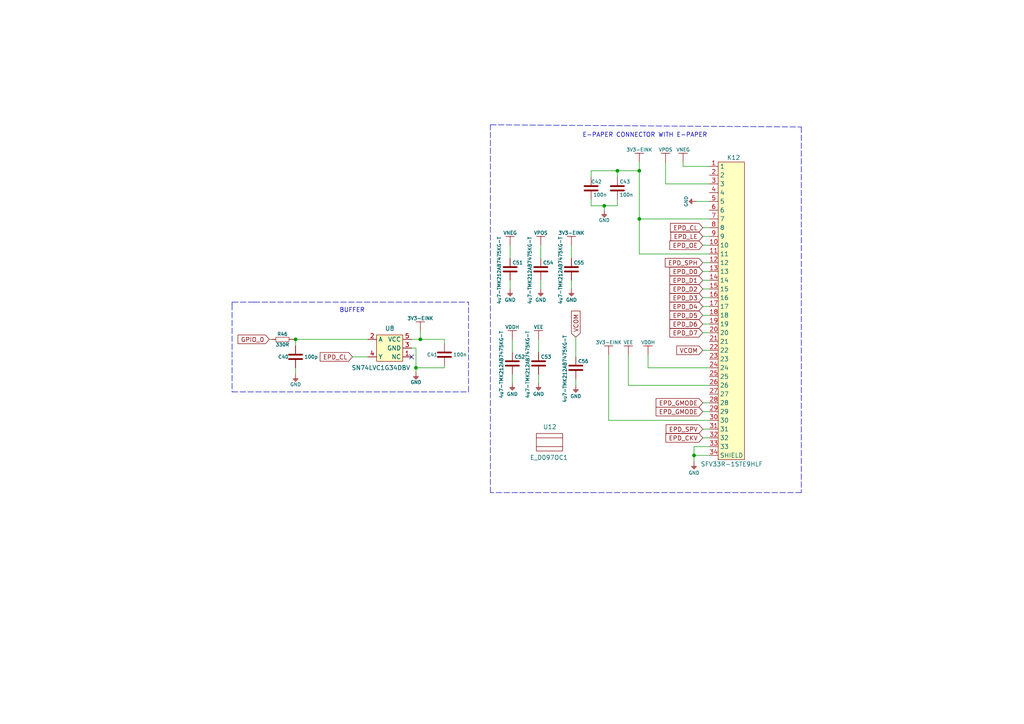
<source format=kicad_sch>
(kicad_sch (version 20211123) (generator eeschema)

  (uuid 4a8e3850-5c74-4972-8b49-f041c2a66e86)

  (paper "A4")

  (title_block
    (title "Soldered Inkplate 10")
    (date "2022-12-09")
    (rev "V1.3.0.")
    (company "SOLDERED")
    (comment 1 "333241")
  )

  (lib_symbols
    (symbol "e-radionica.com schematics:0603C" (pin_numbers hide) (pin_names (offset 0.002)) (in_bom yes) (on_board yes)
      (property "Reference" "C" (id 0) (at 0 3.81 0)
        (effects (font (size 1 1)))
      )
      (property "Value" "0603C" (id 1) (at 0 -3.175 0)
        (effects (font (size 1 1)))
      )
      (property "Footprint" "e-radionica.com footprinti:0603C" (id 2) (at 0.635 -4.445 0)
        (effects (font (size 1 1)) hide)
      )
      (property "Datasheet" "" (id 3) (at 0 0 0)
        (effects (font (size 1 1)) hide)
      )
      (symbol "0603C_0_1"
        (polyline
          (pts
            (xy -0.635 1.905)
            (xy -0.635 -1.905)
          )
          (stroke (width 0.5) (type default) (color 0 0 0 0))
          (fill (type none))
        )
        (polyline
          (pts
            (xy 0.635 1.905)
            (xy 0.635 -1.905)
          )
          (stroke (width 0.5) (type default) (color 0 0 0 0))
          (fill (type none))
        )
      )
      (symbol "0603C_1_1"
        (pin passive line (at -3.175 0 0) (length 2.54)
          (name "~" (effects (font (size 1.27 1.27))))
          (number "1" (effects (font (size 1.27 1.27))))
        )
        (pin passive line (at 3.175 0 180) (length 2.54)
          (name "~" (effects (font (size 1.27 1.27))))
          (number "2" (effects (font (size 1.27 1.27))))
        )
      )
    )
    (symbol "e-radionica.com schematics:0603R" (pin_numbers hide) (pin_names (offset 0.254)) (in_bom yes) (on_board yes)
      (property "Reference" "R" (id 0) (at 0 1.27 0)
        (effects (font (size 1 1)))
      )
      (property "Value" "0603R" (id 1) (at 0 -1.905 0)
        (effects (font (size 1 1)))
      )
      (property "Footprint" "e-radionica.com footprinti:0603R" (id 2) (at 0 -3.81 0)
        (effects (font (size 1 1)) hide)
      )
      (property "Datasheet" "" (id 3) (at -0.635 1.905 0)
        (effects (font (size 1 1)) hide)
      )
      (symbol "0603R_0_1"
        (rectangle (start -1.905 -0.635) (end 1.905 -0.6604)
          (stroke (width 0.1) (type default) (color 0 0 0 0))
          (fill (type none))
        )
        (rectangle (start -1.905 0.635) (end -1.8796 -0.635)
          (stroke (width 0.1) (type default) (color 0 0 0 0))
          (fill (type none))
        )
        (rectangle (start -1.905 0.635) (end 1.905 0.6096)
          (stroke (width 0.1) (type default) (color 0 0 0 0))
          (fill (type none))
        )
        (rectangle (start 1.905 0.635) (end 1.9304 -0.635)
          (stroke (width 0.1) (type default) (color 0 0 0 0))
          (fill (type none))
        )
      )
      (symbol "0603R_1_1"
        (pin passive line (at -3.175 0 0) (length 1.27)
          (name "~" (effects (font (size 1.27 1.27))))
          (number "1" (effects (font (size 1.27 1.27))))
        )
        (pin passive line (at 3.175 0 180) (length 1.27)
          (name "~" (effects (font (size 1.27 1.27))))
          (number "2" (effects (font (size 1.27 1.27))))
        )
      )
    )
    (symbol "e-radionica.com schematics:0805C" (pin_numbers hide) (in_bom yes) (on_board yes)
      (property "Reference" "C" (id 0) (at 0 3.81 0)
        (effects (font (size 1 1)))
      )
      (property "Value" "0805C" (id 1) (at 0 -3.175 0)
        (effects (font (size 1 1)))
      )
      (property "Footprint" "e-radionica.com footprinti:0805C" (id 2) (at 0 -5.08 0)
        (effects (font (size 1 1)) hide)
      )
      (property "Datasheet" "" (id 3) (at 0 0 0)
        (effects (font (size 1 1)) hide)
      )
      (symbol "0805C_0_1"
        (polyline
          (pts
            (xy -0.635 1.905)
            (xy -0.635 -1.905)
          )
          (stroke (width 0.5) (type default) (color 0 0 0 0))
          (fill (type none))
        )
        (polyline
          (pts
            (xy 0.635 1.905)
            (xy 0.635 -1.905)
          )
          (stroke (width 0.5) (type default) (color 0 0 0 0))
          (fill (type none))
        )
      )
      (symbol "0805C_1_1"
        (pin passive line (at -3.175 0 0) (length 2.54)
          (name "~" (effects (font (size 1.27 1.27))))
          (number "1" (effects (font (size 1.27 1.27))))
        )
        (pin passive line (at 3.175 0 180) (length 2.54)
          (name "~" (effects (font (size 1.27 1.27))))
          (number "2" (effects (font (size 1.27 1.27))))
        )
      )
    )
    (symbol "e-radionica.com schematics:3V3-EINK" (power) (pin_names (offset 0)) (in_bom yes) (on_board yes)
      (property "Reference" "#PWR" (id 0) (at 4.445 0 0)
        (effects (font (size 1 1)) hide)
      )
      (property "Value" "3V3-EINK" (id 1) (at 0 3.556 0)
        (effects (font (size 1 1)))
      )
      (property "Footprint" "" (id 2) (at 4.445 3.81 0)
        (effects (font (size 1 1)) hide)
      )
      (property "Datasheet" "" (id 3) (at 4.445 3.81 0)
        (effects (font (size 1 1)) hide)
      )
      (property "ki_keywords" "power-flag" (id 4) (at 0 0 0)
        (effects (font (size 1.27 1.27)) hide)
      )
      (property "ki_description" "Power symbol creates a global label with name \"3V3-EINK\"" (id 5) (at 0 0 0)
        (effects (font (size 1.27 1.27)) hide)
      )
      (symbol "3V3-EINK_0_1"
        (polyline
          (pts
            (xy -1.27 2.54)
            (xy 1.27 2.54)
          )
          (stroke (width 0.16) (type default) (color 0 0 0 0))
          (fill (type none))
        )
        (polyline
          (pts
            (xy 0 0)
            (xy 0 2.54)
          )
          (stroke (width 0) (type default) (color 0 0 0 0))
          (fill (type none))
        )
      )
      (symbol "3V3-EINK_1_1"
        (pin power_in line (at 0 0 90) (length 0) hide
          (name "3V3-EINK" (effects (font (size 1.27 1.27))))
          (number "1" (effects (font (size 1.27 1.27))))
        )
      )
    )
    (symbol "e-radionica.com schematics:E_D097OC1" (in_bom yes) (on_board yes)
      (property "Reference" "U" (id 0) (at 0 -3.81 0)
        (effects (font (size 1.27 1.27)))
      )
      (property "Value" "E_D097OC1" (id 1) (at 0 3.81 0)
        (effects (font (size 1.27 1.27)))
      )
      (property "Footprint" "e-radionica.com footprinti:E D097OC1" (id 2) (at 0 -6.35 0)
        (effects (font (size 1.27 1.27)) hide)
      )
      (property "Datasheet" "" (id 3) (at 0 -7.62 0)
        (effects (font (size 1.27 1.27)) hide)
      )
      (symbol "E_D097OC1_0_1"
        (rectangle (start -3.81 2.54) (end 3.81 -2.54)
          (stroke (width 0) (type default) (color 0 0 0 0))
          (fill (type none))
        )
        (polyline
          (pts
            (xy -3.81 -1.27)
            (xy 3.81 -1.27)
          )
          (stroke (width 0) (type default) (color 0 0 0 0))
          (fill (type none))
        )
        (polyline
          (pts
            (xy -3.81 1.27)
            (xy 3.81 1.27)
          )
          (stroke (width 0) (type default) (color 0 0 0 0))
          (fill (type none))
        )
      )
    )
    (symbol "e-radionica.com schematics:GND" (power) (pin_names (offset 0)) (in_bom yes) (on_board yes)
      (property "Reference" "#PWR" (id 0) (at 4.445 0 0)
        (effects (font (size 1 1)) hide)
      )
      (property "Value" "GND" (id 1) (at 0 -2.921 0)
        (effects (font (size 1 1)))
      )
      (property "Footprint" "" (id 2) (at 4.445 3.81 0)
        (effects (font (size 1 1)) hide)
      )
      (property "Datasheet" "" (id 3) (at 4.445 3.81 0)
        (effects (font (size 1 1)) hide)
      )
      (property "ki_keywords" "power-flag" (id 4) (at 0 0 0)
        (effects (font (size 1.27 1.27)) hide)
      )
      (property "ki_description" "Power symbol creates a global label with name \"GND\"" (id 5) (at 0 0 0)
        (effects (font (size 1.27 1.27)) hide)
      )
      (symbol "GND_0_1"
        (polyline
          (pts
            (xy -0.762 -1.27)
            (xy 0.762 -1.27)
          )
          (stroke (width 0.16) (type default) (color 0 0 0 0))
          (fill (type none))
        )
        (polyline
          (pts
            (xy -0.635 -1.524)
            (xy 0.635 -1.524)
          )
          (stroke (width 0.16) (type default) (color 0 0 0 0))
          (fill (type none))
        )
        (polyline
          (pts
            (xy -0.381 -1.778)
            (xy 0.381 -1.778)
          )
          (stroke (width 0.16) (type default) (color 0 0 0 0))
          (fill (type none))
        )
        (polyline
          (pts
            (xy -0.127 -2.032)
            (xy 0.127 -2.032)
          )
          (stroke (width 0.16) (type default) (color 0 0 0 0))
          (fill (type none))
        )
        (polyline
          (pts
            (xy 0 0)
            (xy 0 -1.27)
          )
          (stroke (width 0.16) (type default) (color 0 0 0 0))
          (fill (type none))
        )
      )
      (symbol "GND_1_1"
        (pin power_in line (at 0 0 270) (length 0) hide
          (name "GND" (effects (font (size 1.27 1.27))))
          (number "1" (effects (font (size 1.27 1.27))))
        )
      )
    )
    (symbol "e-radionica.com schematics:SFV33R-1STE9HLF" (in_bom yes) (on_board yes)
      (property "Reference" "K" (id 0) (at 0 44.45 0)
        (effects (font (size 1.27 1.27)))
      )
      (property "Value" "SFV33R-1STE9HLF" (id 1) (at 0 -44.45 0)
        (effects (font (size 1.27 1.27)))
      )
      (property "Footprint" "e-radionica.com footprinti:SFV33R-1STE9HLF" (id 2) (at 0 -46.99 0)
        (effects (font (size 1.27 1.27)) hide)
      )
      (property "Datasheet" "" (id 3) (at -2.54 45.72 0)
        (effects (font (size 1.27 1.27)) hide)
      )
      (symbol "SFV33R-1STE9HLF_0_1"
        (rectangle (start -3.81 43.18) (end 3.81 -43.18)
          (stroke (width 0.1524) (type default) (color 0 0 0 0))
          (fill (type background))
        )
      )
      (symbol "SFV33R-1STE9HLF_1_1"
        (pin input line (at -6.35 41.91 0) (length 2.54)
          (name "1" (effects (font (size 1.27 1.27))))
          (number "1" (effects (font (size 1.27 1.27))))
        )
        (pin input line (at -6.35 19.05 0) (length 2.54)
          (name "10" (effects (font (size 1.27 1.27))))
          (number "10" (effects (font (size 1.27 1.27))))
        )
        (pin input line (at -6.35 16.51 0) (length 2.54)
          (name "11" (effects (font (size 1.27 1.27))))
          (number "11" (effects (font (size 1.27 1.27))))
        )
        (pin input line (at -6.35 13.97 0) (length 2.54)
          (name "12" (effects (font (size 1.27 1.27))))
          (number "12" (effects (font (size 1.27 1.27))))
        )
        (pin input line (at -6.35 11.43 0) (length 2.54)
          (name "13" (effects (font (size 1.27 1.27))))
          (number "13" (effects (font (size 1.27 1.27))))
        )
        (pin input line (at -6.35 8.89 0) (length 2.54)
          (name "14" (effects (font (size 1.27 1.27))))
          (number "14" (effects (font (size 1.27 1.27))))
        )
        (pin input line (at -6.35 6.35 0) (length 2.54)
          (name "15" (effects (font (size 1.27 1.27))))
          (number "15" (effects (font (size 1.27 1.27))))
        )
        (pin input line (at -6.35 3.81 0) (length 2.54)
          (name "16" (effects (font (size 1.27 1.27))))
          (number "16" (effects (font (size 1.27 1.27))))
        )
        (pin input line (at -6.35 1.27 0) (length 2.54)
          (name "17" (effects (font (size 1.27 1.27))))
          (number "17" (effects (font (size 1.27 1.27))))
        )
        (pin input line (at -6.35 -1.27 0) (length 2.54)
          (name "18" (effects (font (size 1.27 1.27))))
          (number "18" (effects (font (size 1.27 1.27))))
        )
        (pin input line (at -6.35 -3.81 0) (length 2.54)
          (name "19" (effects (font (size 1.27 1.27))))
          (number "19" (effects (font (size 1.27 1.27))))
        )
        (pin input line (at -6.35 39.37 0) (length 2.54)
          (name "2" (effects (font (size 1.27 1.27))))
          (number "2" (effects (font (size 1.27 1.27))))
        )
        (pin input line (at -6.35 -6.35 0) (length 2.54)
          (name "20" (effects (font (size 1.27 1.27))))
          (number "20" (effects (font (size 1.27 1.27))))
        )
        (pin input line (at -6.35 -8.89 0) (length 2.54)
          (name "21" (effects (font (size 1.27 1.27))))
          (number "21" (effects (font (size 1.27 1.27))))
        )
        (pin input line (at -6.35 -11.43 0) (length 2.54)
          (name "22" (effects (font (size 1.27 1.27))))
          (number "22" (effects (font (size 1.27 1.27))))
        )
        (pin input line (at -6.35 -13.97 0) (length 2.54)
          (name "23" (effects (font (size 1.27 1.27))))
          (number "23" (effects (font (size 1.27 1.27))))
        )
        (pin input line (at -6.35 -16.51 0) (length 2.54)
          (name "24" (effects (font (size 1.27 1.27))))
          (number "24" (effects (font (size 1.27 1.27))))
        )
        (pin input line (at -6.35 -19.05 0) (length 2.54)
          (name "25" (effects (font (size 1.27 1.27))))
          (number "25" (effects (font (size 1.27 1.27))))
        )
        (pin input line (at -6.35 -21.59 0) (length 2.54)
          (name "26" (effects (font (size 1.27 1.27))))
          (number "26" (effects (font (size 1.27 1.27))))
        )
        (pin input line (at -6.35 -24.13 0) (length 2.54)
          (name "27" (effects (font (size 1.27 1.27))))
          (number "27" (effects (font (size 1.27 1.27))))
        )
        (pin input line (at -6.35 -26.67 0) (length 2.54)
          (name "28" (effects (font (size 1.27 1.27))))
          (number "28" (effects (font (size 1.27 1.27))))
        )
        (pin input line (at -6.35 -29.21 0) (length 2.54)
          (name "29" (effects (font (size 1.27 1.27))))
          (number "29" (effects (font (size 1.27 1.27))))
        )
        (pin input line (at -6.35 36.83 0) (length 2.54)
          (name "3" (effects (font (size 1.27 1.27))))
          (number "3" (effects (font (size 1.27 1.27))))
        )
        (pin input line (at -6.35 -31.75 0) (length 2.54)
          (name "30" (effects (font (size 1.27 1.27))))
          (number "30" (effects (font (size 1.27 1.27))))
        )
        (pin input line (at -6.35 -34.29 0) (length 2.54)
          (name "31" (effects (font (size 1.27 1.27))))
          (number "31" (effects (font (size 1.27 1.27))))
        )
        (pin input line (at -6.35 -36.83 0) (length 2.54)
          (name "32" (effects (font (size 1.27 1.27))))
          (number "32" (effects (font (size 1.27 1.27))))
        )
        (pin input line (at -6.35 -39.37 0) (length 2.54)
          (name "33" (effects (font (size 1.27 1.27))))
          (number "33" (effects (font (size 1.27 1.27))))
        )
        (pin input line (at -6.35 -41.91 0) (length 2.54)
          (name "SHIELD" (effects (font (size 1.27 1.27))))
          (number "34" (effects (font (size 1.27 1.27))))
        )
        (pin input line (at -6.35 34.29 0) (length 2.54)
          (name "4" (effects (font (size 1.27 1.27))))
          (number "4" (effects (font (size 1.27 1.27))))
        )
        (pin input line (at -6.35 31.75 0) (length 2.54)
          (name "5" (effects (font (size 1.27 1.27))))
          (number "5" (effects (font (size 1.27 1.27))))
        )
        (pin input line (at -6.35 29.21 0) (length 2.54)
          (name "6" (effects (font (size 1.27 1.27))))
          (number "6" (effects (font (size 1.27 1.27))))
        )
        (pin input line (at -6.35 26.67 0) (length 2.54)
          (name "7" (effects (font (size 1.27 1.27))))
          (number "7" (effects (font (size 1.27 1.27))))
        )
        (pin input line (at -6.35 24.13 0) (length 2.54)
          (name "8" (effects (font (size 1.27 1.27))))
          (number "8" (effects (font (size 1.27 1.27))))
        )
        (pin input line (at -6.35 21.59 0) (length 2.54)
          (name "9" (effects (font (size 1.27 1.27))))
          (number "9" (effects (font (size 1.27 1.27))))
        )
      )
    )
    (symbol "e-radionica.com schematics:SN74LVC1G34DBV" (in_bom yes) (on_board yes)
      (property "Reference" "U" (id 0) (at -2.54 5.08 0)
        (effects (font (size 1.27 1.27)))
      )
      (property "Value" "SN74LVC1G34DBV" (id 1) (at -1.27 7.62 0)
        (effects (font (size 1.27 1.27)))
      )
      (property "Footprint" "e-radionica.com footprinti:SN74LVC1G34DBV" (id 2) (at -1.27 8.89 0)
        (effects (font (size 1.27 1.27)) hide)
      )
      (property "Datasheet" "" (id 3) (at -1.27 8.89 0)
        (effects (font (size 1.27 1.27)) hide)
      )
      (property "ki_keywords" "Buffer" (id 4) (at 0 0 0)
        (effects (font (size 1.27 1.27)) hide)
      )
      (property "ki_description" "Single Buffer Gate" (id 5) (at 0 0 0)
        (effects (font (size 1.27 1.27)) hide)
      )
      (symbol "SN74LVC1G34DBV_0_0"
        (rectangle (start -3.81 3.81) (end 3.81 -3.81)
          (stroke (width 0) (type default) (color 0 0 0 0))
          (fill (type background))
        )
      )
      (symbol "SN74LVC1G34DBV_1_1"
        (pin passive line (at 6.35 -2.54 180) (length 2.54)
          (name "NC" (effects (font (size 1.27 1.27))))
          (number "1" (effects (font (size 1.27 1.27))))
        )
        (pin passive line (at -6.35 2.54 0) (length 2.54)
          (name "A" (effects (font (size 1.27 1.27))))
          (number "2" (effects (font (size 1.27 1.27))))
        )
        (pin passive line (at 6.35 0 180) (length 2.54)
          (name "GND" (effects (font (size 1.27 1.27))))
          (number "3" (effects (font (size 1.27 1.27))))
        )
        (pin passive line (at -6.35 -2.54 0) (length 2.54)
          (name "Y" (effects (font (size 1.27 1.27))))
          (number "4" (effects (font (size 1.27 1.27))))
        )
        (pin passive line (at 6.35 2.54 180) (length 2.54)
          (name "VCC" (effects (font (size 1.27 1.27))))
          (number "5" (effects (font (size 1.27 1.27))))
        )
      )
    )
    (symbol "e-radionica.com schematics:VDDH" (power) (pin_names (offset 0)) (in_bom yes) (on_board yes)
      (property "Reference" "#PWR" (id 0) (at 4.445 0 0)
        (effects (font (size 1 1)) hide)
      )
      (property "Value" "VDDH" (id 1) (at 0 3.556 0)
        (effects (font (size 1 1)))
      )
      (property "Footprint" "" (id 2) (at 4.445 3.81 0)
        (effects (font (size 1 1)) hide)
      )
      (property "Datasheet" "" (id 3) (at 4.445 3.81 0)
        (effects (font (size 1 1)) hide)
      )
      (property "ki_keywords" "power-flag" (id 4) (at 0 0 0)
        (effects (font (size 1.27 1.27)) hide)
      )
      (property "ki_description" "Power symbol creates a global label with name \"VDDH\"" (id 5) (at 0 0 0)
        (effects (font (size 1.27 1.27)) hide)
      )
      (symbol "VDDH_0_1"
        (polyline
          (pts
            (xy -1.27 2.54)
            (xy 1.27 2.54)
          )
          (stroke (width 0.16) (type default) (color 0 0 0 0))
          (fill (type none))
        )
        (polyline
          (pts
            (xy 0 0)
            (xy 0 2.54)
          )
          (stroke (width 0) (type default) (color 0 0 0 0))
          (fill (type none))
        )
      )
      (symbol "VDDH_1_1"
        (pin power_in line (at 0 0 90) (length 0) hide
          (name "VDDH" (effects (font (size 1.27 1.27))))
          (number "1" (effects (font (size 1.27 1.27))))
        )
      )
    )
    (symbol "e-radionica.com schematics:VEE" (power) (pin_names (offset 0)) (in_bom yes) (on_board yes)
      (property "Reference" "#PWR" (id 0) (at 4.445 0 0)
        (effects (font (size 1 1)) hide)
      )
      (property "Value" "VEE" (id 1) (at 0 3.556 0)
        (effects (font (size 1 1)))
      )
      (property "Footprint" "" (id 2) (at 4.445 3.81 0)
        (effects (font (size 1 1)) hide)
      )
      (property "Datasheet" "" (id 3) (at 4.445 3.81 0)
        (effects (font (size 1 1)) hide)
      )
      (property "ki_keywords" "power-flag" (id 4) (at 0 0 0)
        (effects (font (size 1.27 1.27)) hide)
      )
      (property "ki_description" "Power symbol creates a global label with name \"VEE\"" (id 5) (at 0 0 0)
        (effects (font (size 1.27 1.27)) hide)
      )
      (symbol "VEE_0_1"
        (polyline
          (pts
            (xy -1.27 2.54)
            (xy 1.27 2.54)
          )
          (stroke (width 0.16) (type default) (color 0 0 0 0))
          (fill (type none))
        )
        (polyline
          (pts
            (xy 0 0)
            (xy 0 2.54)
          )
          (stroke (width 0) (type default) (color 0 0 0 0))
          (fill (type none))
        )
      )
      (symbol "VEE_1_1"
        (pin power_in line (at 0 0 90) (length 0) hide
          (name "VEE" (effects (font (size 1.27 1.27))))
          (number "1" (effects (font (size 1.27 1.27))))
        )
      )
    )
    (symbol "e-radionica.com schematics:VNEG" (power) (pin_names (offset 0)) (in_bom yes) (on_board yes)
      (property "Reference" "#PWR" (id 0) (at 4.445 0 0)
        (effects (font (size 1 1)) hide)
      )
      (property "Value" "VNEG" (id 1) (at 0 3.556 0)
        (effects (font (size 1 1)))
      )
      (property "Footprint" "" (id 2) (at 4.445 3.81 0)
        (effects (font (size 1 1)) hide)
      )
      (property "Datasheet" "" (id 3) (at 4.445 3.81 0)
        (effects (font (size 1 1)) hide)
      )
      (property "ki_keywords" "power-flag" (id 4) (at 0 0 0)
        (effects (font (size 1.27 1.27)) hide)
      )
      (property "ki_description" "Power symbol creates a global label with name \"VNEG\"" (id 5) (at 0 0 0)
        (effects (font (size 1.27 1.27)) hide)
      )
      (symbol "VNEG_0_1"
        (polyline
          (pts
            (xy -1.27 2.54)
            (xy 1.27 2.54)
          )
          (stroke (width 0.16) (type default) (color 0 0 0 0))
          (fill (type none))
        )
        (polyline
          (pts
            (xy 0 0)
            (xy 0 2.54)
          )
          (stroke (width 0) (type default) (color 0 0 0 0))
          (fill (type none))
        )
      )
      (symbol "VNEG_1_1"
        (pin power_in line (at 0 0 90) (length 0) hide
          (name "VNEG" (effects (font (size 1.27 1.27))))
          (number "1" (effects (font (size 1.27 1.27))))
        )
      )
    )
    (symbol "e-radionica.com schematics:VPOS" (power) (pin_names (offset 0)) (in_bom yes) (on_board yes)
      (property "Reference" "#PWR" (id 0) (at 4.445 0 0)
        (effects (font (size 1 1)) hide)
      )
      (property "Value" "VPOS" (id 1) (at 0 3.556 0)
        (effects (font (size 1 1)))
      )
      (property "Footprint" "" (id 2) (at 4.445 3.81 0)
        (effects (font (size 1 1)) hide)
      )
      (property "Datasheet" "" (id 3) (at 4.445 3.81 0)
        (effects (font (size 1 1)) hide)
      )
      (property "ki_keywords" "power-flag" (id 4) (at 0 0 0)
        (effects (font (size 1.27 1.27)) hide)
      )
      (property "ki_description" "Power symbol creates a global label with name \"VPOS\"" (id 5) (at 0 0 0)
        (effects (font (size 1.27 1.27)) hide)
      )
      (symbol "VPOS_0_1"
        (polyline
          (pts
            (xy -1.27 2.54)
            (xy 1.27 2.54)
          )
          (stroke (width 0.16) (type default) (color 0 0 0 0))
          (fill (type none))
        )
        (polyline
          (pts
            (xy 0 0)
            (xy 0 2.54)
          )
          (stroke (width 0) (type default) (color 0 0 0 0))
          (fill (type none))
        )
      )
      (symbol "VPOS_1_1"
        (pin power_in line (at 0 0 90) (length 0) hide
          (name "VPOS" (effects (font (size 1.27 1.27))))
          (number "1" (effects (font (size 1.27 1.27))))
        )
      )
    )
  )

  (junction (at 121.92 98.425) (diameter 0) (color 0 0 0 0)
    (uuid 1779f733-d031-45aa-b8cb-a97af700677d)
  )
  (junction (at 120.65 106.68) (diameter 0) (color 0 0 0 0)
    (uuid 2a9ef1a5-e88a-425c-8942-c0e8c86431d3)
  )
  (junction (at 185.42 63.5) (diameter 0) (color 0 0 0 0)
    (uuid 34fe58e7-f563-4ea5-8cb3-e09670af234b)
  )
  (junction (at 179.07 49.53) (diameter 0) (color 0 0 0 0)
    (uuid 3bcab025-131d-4ed5-bab0-1b6485a3130a)
  )
  (junction (at 201.295 132.08) (diameter 0) (color 0 0 0 0)
    (uuid 4a84629f-a5ff-41cb-8a09-8d0e4083b395)
  )
  (junction (at 175.26 59.69) (diameter 0) (color 0 0 0 0)
    (uuid 8bbd3294-9183-46fe-94d0-132caf9ccc4b)
  )
  (junction (at 185.42 49.53) (diameter 0) (color 0 0 0 0)
    (uuid 8ec155e6-242d-45f0-ad50-57a47c2e674a)
  )
  (junction (at 85.725 98.425) (diameter 0) (color 0 0 0 0)
    (uuid a4431daf-a4d4-449e-8b3e-510ad4a1201c)
  )

  (no_connect (at 119.38 103.505) (uuid 881d6ca6-7fd3-4dff-9091-21cbf7ff2c2d))

  (polyline (pts (xy 67.31 87.63) (xy 67.31 88.265))
    (stroke (width 0) (type default) (color 0 0 0 0))
    (uuid 0033cfa2-0b18-430f-8696-0048d6b0c355)
  )

  (wire (pts (xy 85.725 98.425) (xy 85.725 100.33))
    (stroke (width 0) (type default) (color 0 0 0 0))
    (uuid 0671fe2c-4d2a-4ddb-849f-9250cbc0774a)
  )
  (wire (pts (xy 121.92 98.425) (xy 119.38 98.425))
    (stroke (width 0) (type default) (color 0 0 0 0))
    (uuid 0a0a2f41-42de-41cd-bbb2-90db05a0037f)
  )
  (wire (pts (xy 201.295 133.985) (xy 201.295 132.08))
    (stroke (width 0) (type default) (color 0 0 0 0))
    (uuid 0d7d4386-cbd4-476d-ac31-3ee84215014d)
  )
  (wire (pts (xy 203.835 68.58) (xy 205.74 68.58))
    (stroke (width 0) (type default) (color 0 0 0 0))
    (uuid 0e6d98a7-b47f-45c7-a54d-83e7f5bcfd9d)
  )
  (wire (pts (xy 179.07 49.53) (xy 185.42 49.53))
    (stroke (width 0) (type default) (color 0 0 0 0))
    (uuid 129f130c-b14c-44c1-a676-0611ddaca453)
  )
  (wire (pts (xy 148.59 98.425) (xy 148.59 102.235))
    (stroke (width 0) (type default) (color 0 0 0 0))
    (uuid 13a539f1-a4b3-4464-a7fa-5258cb96ba6e)
  )
  (wire (pts (xy 203.835 96.52) (xy 205.74 96.52))
    (stroke (width 0) (type default) (color 0 0 0 0))
    (uuid 155aa242-00d8-435c-89aa-264fc8d5efb5)
  )
  (wire (pts (xy 198.12 46.99) (xy 198.12 48.26))
    (stroke (width 0) (type default) (color 0 0 0 0))
    (uuid 1b69d7ae-6799-44eb-837c-8966633e38be)
  )
  (wire (pts (xy 165.735 81.28) (xy 165.735 83.82))
    (stroke (width 0) (type default) (color 0 0 0 0))
    (uuid 1cd3a72b-a15f-4306-8bc2-49dba41e75ed)
  )
  (wire (pts (xy 203.835 101.6) (xy 205.74 101.6))
    (stroke (width 0) (type default) (color 0 0 0 0))
    (uuid 20f3e462-5dbb-4f9c-8342-7f47fca6c583)
  )
  (wire (pts (xy 171.45 59.69) (xy 175.26 59.69))
    (stroke (width 0) (type default) (color 0 0 0 0))
    (uuid 21ea18aa-7241-461d-98e2-3b11fbc95d72)
  )
  (wire (pts (xy 193.04 53.34) (xy 205.74 53.34))
    (stroke (width 0) (type default) (color 0 0 0 0))
    (uuid 21f9c476-c303-4d57-9e2e-d1efeac9a4d8)
  )
  (wire (pts (xy 171.45 49.53) (xy 179.07 49.53))
    (stroke (width 0) (type default) (color 0 0 0 0))
    (uuid 246f5a2e-087c-43d9-9e13-36272937e534)
  )
  (wire (pts (xy 179.07 57.785) (xy 179.07 59.69))
    (stroke (width 0) (type default) (color 0 0 0 0))
    (uuid 248ba5aa-5a5e-40a2-9f89-f275d2b1e4f0)
  )
  (polyline (pts (xy 142.24 36.195) (xy 232.41 36.83))
    (stroke (width 0) (type default) (color 0 0 0 0))
    (uuid 26acd61d-4ef0-4519-81f3-c6aa27a74fc7)
  )

  (wire (pts (xy 203.835 86.36) (xy 205.74 86.36))
    (stroke (width 0) (type default) (color 0 0 0 0))
    (uuid 2a8aa2d7-36ad-4c47-aea2-1e762d12d1ea)
  )
  (polyline (pts (xy 142.24 142.875) (xy 142.24 36.195))
    (stroke (width 0) (type default) (color 0 0 0 0))
    (uuid 2fee84f1-f5a5-4916-863a-2e3b2b5462a3)
  )

  (wire (pts (xy 175.26 59.69) (xy 179.07 59.69))
    (stroke (width 0) (type default) (color 0 0 0 0))
    (uuid 3059a97d-5a87-4f62-aa16-1b6fe022b136)
  )
  (wire (pts (xy 156.845 81.28) (xy 156.845 83.82))
    (stroke (width 0) (type default) (color 0 0 0 0))
    (uuid 309e005f-2916-4fed-a061-ee97d3541440)
  )
  (polyline (pts (xy 135.89 113.665) (xy 135.89 87.63))
    (stroke (width 0) (type default) (color 0 0 0 0))
    (uuid 30ffa7da-f6e8-4ba9-8430-780c069655bf)
  )

  (wire (pts (xy 198.12 48.26) (xy 205.74 48.26))
    (stroke (width 0) (type default) (color 0 0 0 0))
    (uuid 376643f5-eb19-4ce3-b884-418e95276419)
  )
  (wire (pts (xy 167.005 109.855) (xy 167.005 111.76))
    (stroke (width 0) (type default) (color 0 0 0 0))
    (uuid 39906802-915e-41a7-ba6c-5121c7fe9a6e)
  )
  (wire (pts (xy 201.295 129.54) (xy 201.295 132.08))
    (stroke (width 0) (type default) (color 0 0 0 0))
    (uuid 404fdef7-9671-4345-b215-0b5a63215746)
  )
  (wire (pts (xy 148.59 108.585) (xy 148.59 111.125))
    (stroke (width 0) (type default) (color 0 0 0 0))
    (uuid 409653ee-2218-414d-9f85-c1938c38f5d1)
  )
  (wire (pts (xy 171.45 57.785) (xy 171.45 59.69))
    (stroke (width 0) (type default) (color 0 0 0 0))
    (uuid 4177848c-19e5-469e-9465-dba48c62bca5)
  )
  (wire (pts (xy 203.835 127) (xy 205.74 127))
    (stroke (width 0) (type default) (color 0 0 0 0))
    (uuid 4c30bbd7-2876-4a94-a7a7-bdece98eb9d7)
  )
  (wire (pts (xy 182.245 111.76) (xy 182.245 102.87))
    (stroke (width 0) (type default) (color 0 0 0 0))
    (uuid 4c396c12-6787-4bc6-9fe8-925c4935dcd1)
  )
  (wire (pts (xy 205.74 106.68) (xy 187.96 106.68))
    (stroke (width 0) (type default) (color 0 0 0 0))
    (uuid 52d05972-3d6e-4b1e-8177-c28d746e3508)
  )
  (wire (pts (xy 171.45 51.435) (xy 171.45 49.53))
    (stroke (width 0) (type default) (color 0 0 0 0))
    (uuid 5d388c57-d39a-4362-bf44-f21065ca0922)
  )
  (wire (pts (xy 85.725 98.425) (xy 106.68 98.425))
    (stroke (width 0) (type default) (color 0 0 0 0))
    (uuid 638eb48f-5065-40b4-a00d-e003fc02c432)
  )
  (wire (pts (xy 185.42 63.5) (xy 205.74 63.5))
    (stroke (width 0) (type default) (color 0 0 0 0))
    (uuid 67a44875-36e7-4a56-8738-f621393d6643)
  )
  (wire (pts (xy 128.905 99.695) (xy 128.905 98.425))
    (stroke (width 0) (type default) (color 0 0 0 0))
    (uuid 6810fb50-aa4f-474e-8cfe-5f05ae146778)
  )
  (wire (pts (xy 156.21 98.425) (xy 156.21 102.235))
    (stroke (width 0) (type default) (color 0 0 0 0))
    (uuid 7086248d-ffe3-449a-836a-fba551b2b1cc)
  )
  (wire (pts (xy 102.235 103.505) (xy 106.68 103.505))
    (stroke (width 0) (type default) (color 0 0 0 0))
    (uuid 728c638a-b2ec-411a-b1d0-71f57a2d533d)
  )
  (wire (pts (xy 203.835 124.46) (xy 205.74 124.46))
    (stroke (width 0) (type default) (color 0 0 0 0))
    (uuid 7cccdb8b-7a68-4edc-9370-eafdd6a42a04)
  )
  (wire (pts (xy 203.835 66.04) (xy 205.74 66.04))
    (stroke (width 0) (type default) (color 0 0 0 0))
    (uuid 7d788d3f-31de-4b10-a4d9-da237cdadacc)
  )
  (wire (pts (xy 203.835 116.84) (xy 205.74 116.84))
    (stroke (width 0) (type default) (color 0 0 0 0))
    (uuid 84275bdd-4215-43e3-af07-570c166d219b)
  )
  (wire (pts (xy 203.835 78.74) (xy 205.74 78.74))
    (stroke (width 0) (type default) (color 0 0 0 0))
    (uuid 84df4b49-e7d0-4bda-ac70-8a9fcf9f8b56)
  )
  (wire (pts (xy 156.845 71.12) (xy 156.845 74.93))
    (stroke (width 0) (type default) (color 0 0 0 0))
    (uuid 85c9f1ff-ab7c-409c-8d0b-bd6c91e1994b)
  )
  (wire (pts (xy 205.74 129.54) (xy 201.295 129.54))
    (stroke (width 0) (type default) (color 0 0 0 0))
    (uuid 8b6e120c-7b15-497e-8066-016c146dc31b)
  )
  (wire (pts (xy 121.92 95.885) (xy 121.92 98.425))
    (stroke (width 0) (type default) (color 0 0 0 0))
    (uuid 8eb8fd42-eaa7-4752-a64b-886d143630bb)
  )
  (wire (pts (xy 120.65 106.68) (xy 120.65 107.95))
    (stroke (width 0) (type default) (color 0 0 0 0))
    (uuid 8fa10f86-030d-482a-bdc3-d2084ebe28de)
  )
  (polyline (pts (xy 232.41 142.875) (xy 142.24 142.875))
    (stroke (width 0) (type default) (color 0 0 0 0))
    (uuid 900651bb-92cd-42e2-a2f2-0f5e64cc4b82)
  )

  (wire (pts (xy 187.96 106.68) (xy 187.96 102.87))
    (stroke (width 0) (type default) (color 0 0 0 0))
    (uuid 907d2a2c-cdfc-434f-97de-f4cba75d0f8f)
  )
  (wire (pts (xy 203.835 93.98) (xy 205.74 93.98))
    (stroke (width 0) (type default) (color 0 0 0 0))
    (uuid 97ab10fd-527b-4bd4-b2d8-66f630f55776)
  )
  (wire (pts (xy 205.74 111.76) (xy 182.245 111.76))
    (stroke (width 0) (type default) (color 0 0 0 0))
    (uuid 98440648-19a7-41c7-aa30-09bbd4a1840b)
  )
  (wire (pts (xy 193.04 46.99) (xy 193.04 53.34))
    (stroke (width 0) (type default) (color 0 0 0 0))
    (uuid a0890e69-250b-458b-86a9-9f49406e1e87)
  )
  (wire (pts (xy 203.835 119.38) (xy 205.74 119.38))
    (stroke (width 0) (type default) (color 0 0 0 0))
    (uuid a75a15ea-ed93-43f9-89a6-f09b4d22014c)
  )
  (polyline (pts (xy 73.66 87.63) (xy 67.31 87.63))
    (stroke (width 0) (type default) (color 0 0 0 0))
    (uuid a968bf5b-84eb-4244-91ce-df458aaf3cf5)
  )

  (wire (pts (xy 147.955 81.28) (xy 147.955 83.82))
    (stroke (width 0) (type default) (color 0 0 0 0))
    (uuid a9942184-80aa-4073-b6ca-5b6ddec96bfe)
  )
  (wire (pts (xy 205.74 73.66) (xy 185.42 73.66))
    (stroke (width 0) (type default) (color 0 0 0 0))
    (uuid ac57a050-9598-4608-94c9-eb346c3bd8db)
  )
  (wire (pts (xy 175.26 60.96) (xy 175.26 59.69))
    (stroke (width 0) (type default) (color 0 0 0 0))
    (uuid ae188d75-c7ad-4059-a637-72e5d26bf3be)
  )
  (wire (pts (xy 203.835 76.2) (xy 205.74 76.2))
    (stroke (width 0) (type default) (color 0 0 0 0))
    (uuid b3630739-cfc8-4f1e-9ebf-cb9efa5ad4a9)
  )
  (wire (pts (xy 201.93 58.42) (xy 205.74 58.42))
    (stroke (width 0) (type default) (color 0 0 0 0))
    (uuid b56b2299-c8b0-4981-9a8e-2f374546f9f7)
  )
  (wire (pts (xy 185.42 73.66) (xy 185.42 63.5))
    (stroke (width 0) (type default) (color 0 0 0 0))
    (uuid b649e47b-3d9c-4993-a844-c9b0041ff991)
  )
  (wire (pts (xy 185.42 49.53) (xy 185.42 63.5))
    (stroke (width 0) (type default) (color 0 0 0 0))
    (uuid be020241-e9a6-462d-a97b-ae6a82826e47)
  )
  (wire (pts (xy 120.65 106.68) (xy 128.905 106.68))
    (stroke (width 0) (type default) (color 0 0 0 0))
    (uuid c00f3573-1de5-458b-995d-fb5a2ac5a9f6)
  )
  (polyline (pts (xy 73.66 87.63) (xy 135.89 87.63))
    (stroke (width 0) (type default) (color 0 0 0 0))
    (uuid c4e1e6fe-0954-42e6-b077-c12acad51419)
  )

  (wire (pts (xy 185.42 46.99) (xy 185.42 49.53))
    (stroke (width 0) (type default) (color 0 0 0 0))
    (uuid c6a52d97-ebeb-4ea9-bfac-583b6aa157ab)
  )
  (wire (pts (xy 119.38 100.965) (xy 120.65 100.965))
    (stroke (width 0) (type default) (color 0 0 0 0))
    (uuid c6dafa1b-3213-4a6f-951d-8ebccaf0f352)
  )
  (wire (pts (xy 203.835 88.9) (xy 205.74 88.9))
    (stroke (width 0) (type default) (color 0 0 0 0))
    (uuid c86d98ff-9dcf-4065-94c7-67ec2e4c56ac)
  )
  (polyline (pts (xy 67.31 113.665) (xy 135.89 113.665))
    (stroke (width 0) (type default) (color 0 0 0 0))
    (uuid cb0068f4-347f-4ce3-9509-55721475ff21)
  )

  (wire (pts (xy 85.725 106.68) (xy 85.725 108.585))
    (stroke (width 0) (type default) (color 0 0 0 0))
    (uuid cc6b05de-01d7-4cfd-ad4f-015f3fb30966)
  )
  (wire (pts (xy 176.53 102.87) (xy 176.53 121.92))
    (stroke (width 0) (type default) (color 0 0 0 0))
    (uuid cc8a73ad-ed79-4708-9a5f-5991c699daf6)
  )
  (wire (pts (xy 179.07 51.435) (xy 179.07 49.53))
    (stroke (width 0) (type default) (color 0 0 0 0))
    (uuid cf3f6007-6b3f-4533-af0f-fcacaef58370)
  )
  (wire (pts (xy 78.105 98.425) (xy 78.74 98.425))
    (stroke (width 0) (type default) (color 0 0 0 0))
    (uuid d0574a12-dae3-4139-b90b-ad60c3958e2c)
  )
  (wire (pts (xy 128.905 106.045) (xy 128.905 106.68))
    (stroke (width 0) (type default) (color 0 0 0 0))
    (uuid d35f274d-25ef-4d67-9bee-b00b42fb988a)
  )
  (wire (pts (xy 176.53 121.92) (xy 205.74 121.92))
    (stroke (width 0) (type default) (color 0 0 0 0))
    (uuid d71feded-ec7a-4390-8d8f-6709b9ec7321)
  )
  (polyline (pts (xy 67.31 88.265) (xy 67.31 113.665))
    (stroke (width 0) (type default) (color 0 0 0 0))
    (uuid d88e3bdd-76f4-4bfd-bb85-0badc4bd3fad)
  )

  (wire (pts (xy 156.21 108.585) (xy 156.21 111.125))
    (stroke (width 0) (type default) (color 0 0 0 0))
    (uuid d92d4e95-d978-4c38-b013-67e42ea82a47)
  )
  (wire (pts (xy 203.835 71.12) (xy 205.74 71.12))
    (stroke (width 0) (type default) (color 0 0 0 0))
    (uuid dbddf614-5f19-4da6-ae39-86f5812a77ad)
  )
  (wire (pts (xy 203.835 91.44) (xy 205.74 91.44))
    (stroke (width 0) (type default) (color 0 0 0 0))
    (uuid dccacd04-8b66-44ef-b704-954fa6f3ba1a)
  )
  (wire (pts (xy 165.735 71.12) (xy 165.735 74.93))
    (stroke (width 0) (type default) (color 0 0 0 0))
    (uuid dd31592e-57ec-4dcd-8683-8e7ab3e6de9d)
  )
  (wire (pts (xy 120.65 100.965) (xy 120.65 106.68))
    (stroke (width 0) (type default) (color 0 0 0 0))
    (uuid e0088e20-499f-4e4d-a791-50cefea713d1)
  )
  (wire (pts (xy 147.955 71.12) (xy 147.955 74.93))
    (stroke (width 0) (type default) (color 0 0 0 0))
    (uuid e3f60993-3d9b-4ccb-9a52-a8a438d004bf)
  )
  (wire (pts (xy 201.295 132.08) (xy 205.74 132.08))
    (stroke (width 0) (type default) (color 0 0 0 0))
    (uuid e633c5fb-1a75-4937-b604-b6ec2a6dd9af)
  )
  (wire (pts (xy 203.835 83.82) (xy 205.74 83.82))
    (stroke (width 0) (type default) (color 0 0 0 0))
    (uuid e679018b-4116-427c-b68b-6305ffd47f43)
  )
  (wire (pts (xy 203.835 81.28) (xy 205.74 81.28))
    (stroke (width 0) (type default) (color 0 0 0 0))
    (uuid f065a6fe-7e35-46c4-b687-260ceb1c91c4)
  )
  (wire (pts (xy 167.005 97.79) (xy 167.005 103.505))
    (stroke (width 0) (type default) (color 0 0 0 0))
    (uuid f26fa01a-d389-46bc-9e48-443f182af071)
  )
  (polyline (pts (xy 232.41 36.83) (xy 232.41 142.875))
    (stroke (width 0) (type default) (color 0 0 0 0))
    (uuid f3179c1c-7f32-44ed-89c1-7cd4438a53fd)
  )

  (wire (pts (xy 121.92 98.425) (xy 128.905 98.425))
    (stroke (width 0) (type default) (color 0 0 0 0))
    (uuid f4e23ec3-812a-496b-a1d1-cfef6983f70c)
  )
  (wire (pts (xy 85.09 98.425) (xy 85.725 98.425))
    (stroke (width 0) (type default) (color 0 0 0 0))
    (uuid ff565693-7c08-43ea-891b-c2377ce514ee)
  )

  (text "E-PAPER CONNECTOR WITH E-PAPER\n" (at 168.91 40.005 0)
    (effects (font (size 1.27 1.27)) (justify left bottom))
    (uuid 18d1aec2-9add-4c28-b4f1-a8559e79fcb5)
  )
  (text "BUFFER" (at 98.425 90.805 0)
    (effects (font (size 1.27 1.27)) (justify left bottom))
    (uuid 1f7cb775-a792-4878-ae5a-4404b64edd50)
  )

  (global_label "EPD_SPH" (shape input) (at 203.835 76.2 180) (fields_autoplaced)
    (effects (font (size 1.27 1.27)) (justify right))
    (uuid 006b3bad-9311-499b-85fc-81ec7f0086e1)
    (property "Intersheet References" "${INTERSHEET_REFS}" (id 0) (at 192.9552 76.1206 0)
      (effects (font (size 1.27 1.27)) (justify right) hide)
    )
  )
  (global_label "EPD_D7" (shape input) (at 203.835 96.52 180) (fields_autoplaced)
    (effects (font (size 1.27 1.27)) (justify right))
    (uuid 0649b806-ae22-4fc3-82bf-4c5fd2039956)
    (property "Intersheet References" "${INTERSHEET_REFS}" (id 0) (at 194.2857 96.4406 0)
      (effects (font (size 1.27 1.27)) (justify right) hide)
    )
  )
  (global_label "EPD_SPV" (shape input) (at 203.835 124.46 180) (fields_autoplaced)
    (effects (font (size 1.27 1.27)) (justify right))
    (uuid 1605b751-2564-4590-8f4e-eabc36b8fa77)
    (property "Intersheet References" "${INTERSHEET_REFS}" (id 0) (at 193.1971 124.5394 0)
      (effects (font (size 1.27 1.27)) (justify right) hide)
    )
  )
  (global_label "EPD_D4" (shape input) (at 203.835 88.9 180) (fields_autoplaced)
    (effects (font (size 1.27 1.27)) (justify right))
    (uuid 2082a362-7d97-4647-b248-af92f784870b)
    (property "Intersheet References" "${INTERSHEET_REFS}" (id 0) (at 194.2857 88.8206 0)
      (effects (font (size 1.27 1.27)) (justify right) hide)
    )
  )
  (global_label "EPD_CKV" (shape input) (at 203.835 127 180) (fields_autoplaced)
    (effects (font (size 1.27 1.27)) (justify right))
    (uuid 25da1ee6-ce79-47bf-a3b2-93062c6b5358)
    (property "Intersheet References" "${INTERSHEET_REFS}" (id 0) (at 193.1367 126.9206 0)
      (effects (font (size 1.27 1.27)) (justify right) hide)
    )
  )
  (global_label "EPD_CL" (shape input) (at 203.835 66.04 180) (fields_autoplaced)
    (effects (font (size 1.27 1.27)) (justify right))
    (uuid 32b86445-adde-4a81-bf9d-39e88f21bb24)
    (property "Intersheet References" "${INTERSHEET_REFS}" (id 0) (at 194.4671 66.1194 0)
      (effects (font (size 1.27 1.27)) (justify right) hide)
    )
  )
  (global_label "EPD_D3" (shape input) (at 203.835 86.36 180) (fields_autoplaced)
    (effects (font (size 1.27 1.27)) (justify right))
    (uuid 424f104b-a4a5-4cc4-8b35-ddaecd91663d)
    (property "Intersheet References" "${INTERSHEET_REFS}" (id 0) (at 194.2857 86.2806 0)
      (effects (font (size 1.27 1.27)) (justify right) hide)
    )
  )
  (global_label "EPD_D5" (shape input) (at 203.835 91.44 180) (fields_autoplaced)
    (effects (font (size 1.27 1.27)) (justify right))
    (uuid 47a56442-3f52-4bfb-887a-6caa8606a3d2)
    (property "Intersheet References" "${INTERSHEET_REFS}" (id 0) (at 194.2857 91.3606 0)
      (effects (font (size 1.27 1.27)) (justify right) hide)
    )
  )
  (global_label "EPD_D6" (shape input) (at 203.835 93.98 180) (fields_autoplaced)
    (effects (font (size 1.27 1.27)) (justify right))
    (uuid 4cf1850c-3558-4e8f-b958-22af96ea4cdc)
    (property "Intersheet References" "${INTERSHEET_REFS}" (id 0) (at 194.2857 93.9006 0)
      (effects (font (size 1.27 1.27)) (justify right) hide)
    )
  )
  (global_label "GPIO_0" (shape input) (at 78.105 98.425 180) (fields_autoplaced)
    (effects (font (size 1.27 1.27)) (justify right))
    (uuid 4fb69242-a9c7-4ed7-a3d2-ab195806928b)
    (property "Intersheet References" "${INTERSHEET_REFS}" (id 0) (at 69.0395 98.5044 0)
      (effects (font (size 1.27 1.27)) (justify right) hide)
    )
  )
  (global_label "EPD_D1" (shape input) (at 203.835 81.28 180) (fields_autoplaced)
    (effects (font (size 1.27 1.27)) (justify right))
    (uuid 75e67702-ecf8-4ce8-b79d-9b102b65fba4)
    (property "Intersheet References" "${INTERSHEET_REFS}" (id 0) (at 194.2857 81.2006 0)
      (effects (font (size 1.27 1.27)) (justify right) hide)
    )
  )
  (global_label "EPD_D2" (shape input) (at 203.835 83.82 180) (fields_autoplaced)
    (effects (font (size 1.27 1.27)) (justify right))
    (uuid 7a16d448-aa7f-40be-9a91-c33cc8f21e80)
    (property "Intersheet References" "${INTERSHEET_REFS}" (id 0) (at 194.2857 83.7406 0)
      (effects (font (size 1.27 1.27)) (justify right) hide)
    )
  )
  (global_label "EPD_OE" (shape input) (at 203.835 71.12 180) (fields_autoplaced)
    (effects (font (size 1.27 1.27)) (justify right))
    (uuid 8f543386-1960-451f-8fb5-9011cae6118b)
    (property "Intersheet References" "${INTERSHEET_REFS}" (id 0) (at 194.2857 71.1994 0)
      (effects (font (size 1.27 1.27)) (justify right) hide)
    )
  )
  (global_label "EPD_GMODE" (shape input) (at 203.835 119.38 180) (fields_autoplaced)
    (effects (font (size 1.27 1.27)) (justify right))
    (uuid 9085103b-cba4-4ccd-80ab-a7efe0f3e3bb)
    (property "Intersheet References" "${INTERSHEET_REFS}" (id 0) (at 190.2943 119.4594 0)
      (effects (font (size 1.27 1.27)) (justify right) hide)
    )
  )
  (global_label "EPD_GMODE" (shape input) (at 203.835 116.84 180) (fields_autoplaced)
    (effects (font (size 1.27 1.27)) (justify right))
    (uuid 928b671a-d622-448e-96c7-37061cf153a3)
    (property "Intersheet References" "${INTERSHEET_REFS}" (id 0) (at 190.2943 116.9194 0)
      (effects (font (size 1.27 1.27)) (justify right) hide)
    )
  )
  (global_label "VCOM" (shape input) (at 167.005 97.79 90) (fields_autoplaced)
    (effects (font (size 1.27 1.27)) (justify left))
    (uuid 9b300cf2-fff6-4f4f-ab88-20e3ed53203d)
    (property "Intersheet References" "${INTERSHEET_REFS}" (id 0) (at 167.0844 90.2364 90)
      (effects (font (size 1.27 1.27)) (justify left) hide)
    )
  )
  (global_label "EPD_LE" (shape input) (at 203.835 68.58 180) (fields_autoplaced)
    (effects (font (size 1.27 1.27)) (justify right))
    (uuid af137d1f-56fe-486a-9511-7a4638586c9f)
    (property "Intersheet References" "${INTERSHEET_REFS}" (id 0) (at 194.5881 68.5006 0)
      (effects (font (size 1.27 1.27)) (justify right) hide)
    )
  )
  (global_label "VCOM" (shape input) (at 203.835 101.6 180) (fields_autoplaced)
    (effects (font (size 1.27 1.27)) (justify right))
    (uuid b561b20c-d246-4680-bd30-84498494b5fe)
    (property "Intersheet References" "${INTERSHEET_REFS}" (id 0) (at 196.2814 101.5206 0)
      (effects (font (size 1.27 1.27)) (justify right) hide)
    )
  )
  (global_label "EPD_D0" (shape input) (at 203.835 78.74 180) (fields_autoplaced)
    (effects (font (size 1.27 1.27)) (justify right))
    (uuid cc3b42d0-f166-42ab-9840-84dde72fa853)
    (property "Intersheet References" "${INTERSHEET_REFS}" (id 0) (at 194.2857 78.6606 0)
      (effects (font (size 1.27 1.27)) (justify right) hide)
    )
  )
  (global_label "EPD_CL" (shape input) (at 102.235 103.505 180) (fields_autoplaced)
    (effects (font (size 1.27 1.27)) (justify right))
    (uuid fa82f6f1-931a-41a1-a068-f90588cd7f23)
    (property "Intersheet References" "${INTERSHEET_REFS}" (id 0) (at 92.8671 103.5844 0)
      (effects (font (size 1.27 1.27)) (justify right) hide)
    )
  )

  (symbol (lib_id "e-radionica.com schematics:GND") (at 201.295 133.985 0) (unit 1)
    (in_bom yes) (on_board yes)
    (uuid 0a4b5b07-6a07-413e-ab48-2bdae1bb8afc)
    (property "Reference" "#PWR0225" (id 0) (at 205.74 133.985 0)
      (effects (font (size 1 1)) hide)
    )
    (property "Value" "GND" (id 1) (at 201.295 137.16 0)
      (effects (font (size 1 1)))
    )
    (property "Footprint" "" (id 2) (at 205.74 130.175 0)
      (effects (font (size 1 1)) hide)
    )
    (property "Datasheet" "" (id 3) (at 205.74 130.175 0)
      (effects (font (size 1 1)) hide)
    )
    (pin "1" (uuid 82863154-7257-4e70-9ccc-ed71e4f64af4))
  )

  (symbol (lib_id "e-radionica.com schematics:VNEG") (at 147.955 71.12 0) (unit 1)
    (in_bom yes) (on_board yes)
    (uuid 0b92dc94-66fe-4606-ba1b-7d1b2292e2ef)
    (property "Reference" "#PWR0248" (id 0) (at 152.4 71.12 0)
      (effects (font (size 1 1)) hide)
    )
    (property "Value" "VNEG" (id 1) (at 147.955 67.564 0)
      (effects (font (size 1 1)))
    )
    (property "Footprint" "" (id 2) (at 152.4 67.31 0)
      (effects (font (size 1 1)) hide)
    )
    (property "Datasheet" "" (id 3) (at 152.4 67.31 0)
      (effects (font (size 1 1)) hide)
    )
    (pin "1" (uuid 0b8bd991-0e36-4188-8c88-411e5df0035a))
  )

  (symbol (lib_id "e-radionica.com schematics:GND") (at 175.26 60.96 0) (unit 1)
    (in_bom yes) (on_board yes)
    (uuid 0e3611fa-57ce-4148-8b8d-dcbe1e3c585c)
    (property "Reference" "#PWR0220" (id 0) (at 179.705 60.96 0)
      (effects (font (size 1 1)) hide)
    )
    (property "Value" "GND" (id 1) (at 175.26 63.881 0)
      (effects (font (size 1 1)))
    )
    (property "Footprint" "" (id 2) (at 179.705 57.15 0)
      (effects (font (size 1 1)) hide)
    )
    (property "Datasheet" "" (id 3) (at 179.705 57.15 0)
      (effects (font (size 1 1)) hide)
    )
    (pin "1" (uuid db6e26fa-cee2-45b8-9463-fcce239d61d5))
  )

  (symbol (lib_id "e-radionica.com schematics:VPOS") (at 193.04 46.99 0) (unit 1)
    (in_bom yes) (on_board yes) (fields_autoplaced)
    (uuid 2b9560aa-ca85-40bd-96c0-e06c0c8c5ac1)
    (property "Reference" "#PWR0222" (id 0) (at 197.485 46.99 0)
      (effects (font (size 1 1)) hide)
    )
    (property "Value" "VPOS" (id 1) (at 193.04 43.434 0)
      (effects (font (size 1 1)))
    )
    (property "Footprint" "" (id 2) (at 197.485 43.18 0)
      (effects (font (size 1 1)) hide)
    )
    (property "Datasheet" "" (id 3) (at 197.485 43.18 0)
      (effects (font (size 1 1)) hide)
    )
    (pin "1" (uuid f8423220-560b-4ad3-afe2-90fe06bc7191))
  )

  (symbol (lib_id "e-radionica.com schematics:GND") (at 165.735 83.82 0) (unit 1)
    (in_bom yes) (on_board yes)
    (uuid 31943843-ff6b-4e8d-ba9e-5a08a32613d6)
    (property "Reference" "#PWR0251" (id 0) (at 170.18 83.82 0)
      (effects (font (size 1 1)) hide)
    )
    (property "Value" "GND" (id 1) (at 165.735 86.995 0)
      (effects (font (size 1 1)))
    )
    (property "Footprint" "" (id 2) (at 170.18 80.01 0)
      (effects (font (size 1 1)) hide)
    )
    (property "Datasheet" "" (id 3) (at 170.18 80.01 0)
      (effects (font (size 1 1)) hide)
    )
    (pin "1" (uuid 85d5be9c-8b88-4195-b374-bd7ddf4b511a))
  )

  (symbol (lib_id "e-radionica.com schematics:SN74LVC1G34DBV") (at 113.03 100.965 0) (unit 1)
    (in_bom yes) (on_board yes)
    (uuid 3bdff68a-827c-40ad-9960-278a6173b946)
    (property "Reference" "U8" (id 0) (at 113.03 95.25 0))
    (property "Value" "SN74LVC1G34DBV" (id 1) (at 110.49 106.68 0))
    (property "Footprint" "e-radionica.com footprinti:SN74LVC1G34DBV" (id 2) (at 111.76 92.075 0)
      (effects (font (size 1.27 1.27)) hide)
    )
    (property "Datasheet" "" (id 3) (at 111.76 92.075 0)
      (effects (font (size 1.27 1.27)) hide)
    )
    (pin "1" (uuid 4f7ed9e1-04a3-4aab-977f-25d4e12de7b0))
    (pin "2" (uuid 819f370a-1ff0-4641-a8fe-f70b1c198089))
    (pin "3" (uuid b083ccce-71bc-4219-9ac6-3329725bd878))
    (pin "4" (uuid 3324eeb5-498d-4c42-b9ec-4574c87a491f))
    (pin "5" (uuid c8590039-519f-40c0-a38d-97544a6abf21))
  )

  (symbol (lib_id "e-radionica.com schematics:VPOS") (at 156.845 71.12 0) (unit 1)
    (in_bom yes) (on_board yes) (fields_autoplaced)
    (uuid 3fd30dcb-52fe-4dca-8228-2f849c907ae7)
    (property "Reference" "#PWR0256" (id 0) (at 161.29 71.12 0)
      (effects (font (size 1 1)) hide)
    )
    (property "Value" "VPOS" (id 1) (at 156.845 67.564 0)
      (effects (font (size 1 1)))
    )
    (property "Footprint" "" (id 2) (at 161.29 67.31 0)
      (effects (font (size 1 1)) hide)
    )
    (property "Datasheet" "" (id 3) (at 161.29 67.31 0)
      (effects (font (size 1 1)) hide)
    )
    (pin "1" (uuid d00dfa71-a563-45c9-925e-b929fc5409cf))
  )

  (symbol (lib_id "e-radionica.com schematics:0805C") (at 156.845 78.105 90) (unit 1)
    (in_bom yes) (on_board yes)
    (uuid 434617f1-28f1-4c6e-87cc-ebdd16e49675)
    (property "Reference" "C54" (id 0) (at 157.48 76.2 90)
      (effects (font (size 1 1)) (justify right))
    )
    (property "Value" "4u7-TMK212AB7475KG-T" (id 1) (at 153.67 68.58 0)
      (effects (font (size 1 1)) (justify right))
    )
    (property "Footprint" "e-radionica.com footprinti:0805C" (id 2) (at 161.925 78.105 0)
      (effects (font (size 1 1)) hide)
    )
    (property "Datasheet" "" (id 3) (at 156.845 78.105 0)
      (effects (font (size 1 1)) hide)
    )
    (pin "1" (uuid 22d28cdc-2c10-4a53-8051-b8df0e16af51))
    (pin "2" (uuid 8b702685-b352-43a9-a3d6-b9cc1033bec8))
  )

  (symbol (lib_id "e-radionica.com schematics:GND") (at 167.005 111.76 0) (unit 1)
    (in_bom yes) (on_board yes)
    (uuid 5f304c6b-d8ec-4def-86fa-49bcb710bb02)
    (property "Reference" "#PWR0255" (id 0) (at 171.45 111.76 0)
      (effects (font (size 1 1)) hide)
    )
    (property "Value" "GND" (id 1) (at 167.005 114.935 0)
      (effects (font (size 1 1)))
    )
    (property "Footprint" "" (id 2) (at 171.45 107.95 0)
      (effects (font (size 1 1)) hide)
    )
    (property "Datasheet" "" (id 3) (at 171.45 107.95 0)
      (effects (font (size 1 1)) hide)
    )
    (pin "1" (uuid 82a0018a-f7df-4567-adde-048132ca08a8))
  )

  (symbol (lib_id "e-radionica.com schematics:VDDH") (at 148.59 98.425 0) (unit 1)
    (in_bom yes) (on_board yes) (fields_autoplaced)
    (uuid 6658dbe2-6c05-4884-ac52-4e66b57c06f6)
    (property "Reference" "#PWR0253" (id 0) (at 153.035 98.425 0)
      (effects (font (size 1 1)) hide)
    )
    (property "Value" "VDDH" (id 1) (at 148.59 94.869 0)
      (effects (font (size 1 1)))
    )
    (property "Footprint" "" (id 2) (at 153.035 94.615 0)
      (effects (font (size 1 1)) hide)
    )
    (property "Datasheet" "" (id 3) (at 153.035 94.615 0)
      (effects (font (size 1 1)) hide)
    )
    (pin "1" (uuid db0c99c5-1115-4bbc-80bd-2904ab8329d6))
  )

  (symbol (lib_id "e-radionica.com schematics:3V3-EINK") (at 185.42 46.99 0) (unit 1)
    (in_bom yes) (on_board yes) (fields_autoplaced)
    (uuid 71850301-9fe4-419a-9208-6472a83cf8fa)
    (property "Reference" "#PWR0223" (id 0) (at 189.865 46.99 0)
      (effects (font (size 1 1)) hide)
    )
    (property "Value" "3V3-EINK" (id 1) (at 185.42 43.434 0)
      (effects (font (size 1 1)))
    )
    (property "Footprint" "" (id 2) (at 189.865 43.18 0)
      (effects (font (size 1 1)) hide)
    )
    (property "Datasheet" "" (id 3) (at 189.865 43.18 0)
      (effects (font (size 1 1)) hide)
    )
    (pin "1" (uuid 7696b401-fada-4e53-8bc1-2b682457610a))
  )

  (symbol (lib_id "e-radionica.com schematics:SFV33R-1STE9HLF") (at 212.09 90.17 0) (unit 1)
    (in_bom yes) (on_board yes)
    (uuid 7ba4362f-46b1-4515-be79-4378bdf47a81)
    (property "Reference" "K12" (id 0) (at 210.82 45.72 0)
      (effects (font (size 1.27 1.27)) (justify left))
    )
    (property "Value" "SFV33R-1STE9HLF" (id 1) (at 203.2 134.62 0)
      (effects (font (size 1.27 1.27)) (justify left))
    )
    (property "Footprint" "e-radionica.com footprinti:SFV33R-1STE9HLF" (id 2) (at 212.09 137.16 0)
      (effects (font (size 1.27 1.27)) hide)
    )
    (property "Datasheet" "" (id 3) (at 209.55 44.45 0)
      (effects (font (size 1.27 1.27)) hide)
    )
    (pin "1" (uuid 9cf09901-3154-4ecb-990b-937dc0919e7e))
    (pin "10" (uuid 89478bc9-7491-4021-8015-792eceaca98c))
    (pin "11" (uuid edadfb2b-b41e-48f3-b1e7-2c517e7874bb))
    (pin "12" (uuid 92d21713-b952-4b6f-a5b7-f008f3dc7632))
    (pin "13" (uuid 35b81fb3-91de-45ad-b96e-81baf6545724))
    (pin "14" (uuid 5ff6a5ea-2c75-43bc-9f1f-c3470dbf8590))
    (pin "15" (uuid 33dfa375-be57-4fb5-9553-2c5b374cf401))
    (pin "16" (uuid c1ec2e1b-1582-4102-b131-0de181da6712))
    (pin "17" (uuid dd0346d9-1ba2-4339-be09-3b3b0edffec7))
    (pin "18" (uuid 7e63d9cf-a1fb-4b5e-a8f1-2f0290b3481e))
    (pin "19" (uuid d42f7cbb-8bc4-44d1-a057-bf7533e35ea0))
    (pin "2" (uuid 800603ad-50ac-4a13-894c-ea1e9a5b4ca5))
    (pin "20" (uuid 8074cac1-b3ed-4c2a-a628-41c0ad726477))
    (pin "21" (uuid ed4986d6-a6ab-4db0-8eef-b7e757143879))
    (pin "22" (uuid c9c57618-3489-4a4f-98c0-f42cdd5fcadc))
    (pin "23" (uuid 5e591575-014b-4383-914a-ac819d7605bd))
    (pin "24" (uuid 5dab74c8-ebec-410e-b384-040063ac5bdf))
    (pin "25" (uuid 56247913-4002-48d3-b2ec-36ab60c08b64))
    (pin "26" (uuid 04af969d-263b-4b69-9de0-ca093efcb156))
    (pin "27" (uuid 303c1ca1-ac80-4c6c-a6f8-c81db68a273b))
    (pin "28" (uuid 4e7f15f4-5a56-4e18-947b-a1e1dd1c8ce1))
    (pin "29" (uuid 72cc22d4-54c4-4ad2-bd38-3eaa4c66273d))
    (pin "3" (uuid e4056b34-6ec0-44d7-834f-1f76e1d3e888))
    (pin "30" (uuid d20ecd21-e585-44d8-a718-8add529702d0))
    (pin "31" (uuid a0cefbfe-2fdd-4dd8-9d00-b0ba782aae17))
    (pin "32" (uuid d5579fe4-56ad-4f95-8cb1-ed9f6973a26b))
    (pin "33" (uuid fe1f48fa-4063-45fc-9de8-c9f2123972f7))
    (pin "34" (uuid 8eec07ad-3606-4e52-b598-bbdbfe68b67d))
    (pin "4" (uuid 36eaba23-deb9-43c5-be1a-08496424b11e))
    (pin "5" (uuid ecfe1466-c485-4b59-863b-6c6de5341011))
    (pin "6" (uuid 3a089822-cf27-4ea3-8a03-3a647d290026))
    (pin "7" (uuid a1cb1747-ce31-4335-be89-4299abb507b5))
    (pin "8" (uuid 9dcb83d1-1c05-4402-818c-d72240d03e87))
    (pin "9" (uuid 31081145-bd39-4d07-8da8-d6d07636a8a9))
  )

  (symbol (lib_id "e-radionica.com schematics:E_D097OC1") (at 159.385 128.27 0) (unit 1)
    (in_bom yes) (on_board yes)
    (uuid 87fe4799-c5bf-416f-97e6-b023e8854c51)
    (property "Reference" "U12" (id 0) (at 157.48 123.825 0)
      (effects (font (size 1.27 1.27)) (justify left))
    )
    (property "Value" "E_D097OC1" (id 1) (at 153.67 132.715 0)
      (effects (font (size 1.27 1.27)) (justify left))
    )
    (property "Footprint" "e-radionica.com footprinti:E D097OC1" (id 2) (at 159.385 135.89 0)
      (effects (font (size 1.27 1.27)) hide)
    )
    (property "Datasheet" "" (id 3) (at 159.385 135.89 0)
      (effects (font (size 1.27 1.27)) hide)
    )
  )

  (symbol (lib_id "e-radionica.com schematics:0603C") (at 128.905 102.87 90) (unit 1)
    (in_bom yes) (on_board yes)
    (uuid 88b6b7bd-ae17-4a8e-b55b-c65b0d1b1639)
    (property "Reference" "C41" (id 0) (at 123.825 102.87 90)
      (effects (font (size 1 1)) (justify right))
    )
    (property "Value" "100n" (id 1) (at 131.445 102.87 90)
      (effects (font (size 1 1)) (justify right))
    )
    (property "Footprint" "e-radionica.com footprinti:0603C" (id 2) (at 133.35 102.235 0)
      (effects (font (size 1 1)) hide)
    )
    (property "Datasheet" "" (id 3) (at 128.905 102.87 0)
      (effects (font (size 1 1)) hide)
    )
    (pin "1" (uuid f34fedb1-8f77-4ade-8553-73ccadad66b2))
    (pin "2" (uuid 0070b868-3913-41ec-894a-c36be865e4c9))
  )

  (symbol (lib_id "e-radionica.com schematics:VEE") (at 182.245 102.87 0) (unit 1)
    (in_bom yes) (on_board yes)
    (uuid 8d4b41e7-ee90-4947-80c3-4380b3f76127)
    (property "Reference" "#PWR0226" (id 0) (at 186.69 102.87 0)
      (effects (font (size 1 1)) hide)
    )
    (property "Value" "VEE" (id 1) (at 182.245 99.314 0)
      (effects (font (size 1 1)))
    )
    (property "Footprint" "" (id 2) (at 186.69 99.06 0)
      (effects (font (size 1 1)) hide)
    )
    (property "Datasheet" "" (id 3) (at 186.69 99.06 0)
      (effects (font (size 1 1)) hide)
    )
    (pin "1" (uuid 8945c525-deef-4578-a1cf-7e62b819bd93))
  )

  (symbol (lib_id "e-radionica.com schematics:0603C") (at 179.07 54.61 90) (unit 1)
    (in_bom yes) (on_board yes)
    (uuid 91bd477e-28c5-4b67-b5ea-42be5903b094)
    (property "Reference" "C43" (id 0) (at 179.705 52.705 90)
      (effects (font (size 1 1)) (justify right))
    )
    (property "Value" "100n" (id 1) (at 179.705 56.515 90)
      (effects (font (size 1 1)) (justify right))
    )
    (property "Footprint" "e-radionica.com footprinti:0603C" (id 2) (at 183.515 53.975 0)
      (effects (font (size 1 1)) hide)
    )
    (property "Datasheet" "" (id 3) (at 179.07 54.61 0)
      (effects (font (size 1 1)) hide)
    )
    (pin "1" (uuid 6061bf4a-3db5-4587-a225-1c033182e011))
    (pin "2" (uuid 45c35e5e-f3ca-4609-81d2-c675bffa910c))
  )

  (symbol (lib_id "e-radionica.com schematics:VEE") (at 156.21 98.425 0) (unit 1)
    (in_bom yes) (on_board yes)
    (uuid 956e8f7c-f290-4c97-80f6-df4d2eb968c2)
    (property "Reference" "#PWR0258" (id 0) (at 160.655 98.425 0)
      (effects (font (size 1 1)) hide)
    )
    (property "Value" "VEE" (id 1) (at 156.21 94.869 0)
      (effects (font (size 1 1)))
    )
    (property "Footprint" "" (id 2) (at 160.655 94.615 0)
      (effects (font (size 1 1)) hide)
    )
    (property "Datasheet" "" (id 3) (at 160.655 94.615 0)
      (effects (font (size 1 1)) hide)
    )
    (pin "1" (uuid 0b5123b9-95e2-44a0-b4b3-fbbd00bf351e))
  )

  (symbol (lib_id "e-radionica.com schematics:3V3-EINK") (at 176.53 102.87 0) (unit 1)
    (in_bom yes) (on_board yes) (fields_autoplaced)
    (uuid 9ca7f72a-1864-4d37-8858-9be9fa1bfa5e)
    (property "Reference" "#PWR0228" (id 0) (at 180.975 102.87 0)
      (effects (font (size 1 1)) hide)
    )
    (property "Value" "3V3-EINK" (id 1) (at 176.53 99.314 0)
      (effects (font (size 1 1)))
    )
    (property "Footprint" "" (id 2) (at 180.975 99.06 0)
      (effects (font (size 1 1)) hide)
    )
    (property "Datasheet" "" (id 3) (at 180.975 99.06 0)
      (effects (font (size 1 1)) hide)
    )
    (pin "1" (uuid 595d6cd0-4d00-4724-9a9c-bd0445c84bef))
  )

  (symbol (lib_id "e-radionica.com schematics:0805C") (at 165.735 78.105 90) (unit 1)
    (in_bom yes) (on_board yes)
    (uuid a1e23391-48e9-453e-a12f-3786ac535c8e)
    (property "Reference" "C55" (id 0) (at 166.37 76.2 90)
      (effects (font (size 1 1)) (justify right))
    )
    (property "Value" "4u7-TMK212AB7475KG-T" (id 1) (at 162.56 68.58 0)
      (effects (font (size 1 1)) (justify right))
    )
    (property "Footprint" "e-radionica.com footprinti:0805C" (id 2) (at 170.815 78.105 0)
      (effects (font (size 1 1)) hide)
    )
    (property "Datasheet" "" (id 3) (at 165.735 78.105 0)
      (effects (font (size 1 1)) hide)
    )
    (pin "1" (uuid 697f3680-a7ad-4db5-841c-ad3900e54f68))
    (pin "2" (uuid 9880c719-2659-47c1-9718-b548c9eb6cff))
  )

  (symbol (lib_id "e-radionica.com schematics:3V3-EINK") (at 165.735 71.12 0) (unit 1)
    (in_bom yes) (on_board yes) (fields_autoplaced)
    (uuid a8b931fe-d0f7-4b5f-91e3-db43a1686356)
    (property "Reference" "#PWR0257" (id 0) (at 170.18 71.12 0)
      (effects (font (size 1 1)) hide)
    )
    (property "Value" "3V3-EINK" (id 1) (at 165.735 67.564 0)
      (effects (font (size 1 1)))
    )
    (property "Footprint" "" (id 2) (at 170.18 67.31 0)
      (effects (font (size 1 1)) hide)
    )
    (property "Datasheet" "" (id 3) (at 170.18 67.31 0)
      (effects (font (size 1 1)) hide)
    )
    (pin "1" (uuid db65741b-02db-435f-ba18-d73e32e56d16))
  )

  (symbol (lib_id "e-radionica.com schematics:GND") (at 85.725 108.585 0) (unit 1)
    (in_bom yes) (on_board yes) (fields_autoplaced)
    (uuid aa3643d7-f1f4-4bd7-a45b-471a7b0188b0)
    (property "Reference" "#PWR0219" (id 0) (at 90.17 108.585 0)
      (effects (font (size 1 1)) hide)
    )
    (property "Value" "GND" (id 1) (at 85.725 111.506 0)
      (effects (font (size 1 1)))
    )
    (property "Footprint" "" (id 2) (at 90.17 104.775 0)
      (effects (font (size 1 1)) hide)
    )
    (property "Datasheet" "" (id 3) (at 90.17 104.775 0)
      (effects (font (size 1 1)) hide)
    )
    (pin "1" (uuid ab37f6cd-acfd-446b-8a81-a42f7dabbb03))
  )

  (symbol (lib_id "e-radionica.com schematics:0805C") (at 147.955 78.105 90) (unit 1)
    (in_bom yes) (on_board yes)
    (uuid b6ac3854-553b-4e0d-a4e5-e182f3d83e56)
    (property "Reference" "C51" (id 0) (at 148.59 76.2 90)
      (effects (font (size 1 1)) (justify right))
    )
    (property "Value" "4u7-TMK212AB7475KG-T" (id 1) (at 144.78 68.58 0)
      (effects (font (size 1 1)) (justify right))
    )
    (property "Footprint" "e-radionica.com footprinti:0805C" (id 2) (at 153.035 78.105 0)
      (effects (font (size 1 1)) hide)
    )
    (property "Datasheet" "" (id 3) (at 147.955 78.105 0)
      (effects (font (size 1 1)) hide)
    )
    (pin "1" (uuid 6e140721-4162-4217-9da4-cfa40a29762f))
    (pin "2" (uuid 8870f5e5-b5fb-4e84-8f7f-f22a524bde42))
  )

  (symbol (lib_id "e-radionica.com schematics:VDDH") (at 187.96 102.87 0) (unit 1)
    (in_bom yes) (on_board yes) (fields_autoplaced)
    (uuid b7d6fdd5-115c-4cf0-a02b-635165c3e203)
    (property "Reference" "#PWR0227" (id 0) (at 192.405 102.87 0)
      (effects (font (size 1 1)) hide)
    )
    (property "Value" "VDDH" (id 1) (at 187.96 99.314 0)
      (effects (font (size 1 1)))
    )
    (property "Footprint" "" (id 2) (at 192.405 99.06 0)
      (effects (font (size 1 1)) hide)
    )
    (property "Datasheet" "" (id 3) (at 192.405 99.06 0)
      (effects (font (size 1 1)) hide)
    )
    (pin "1" (uuid 1ab9d5c6-d138-44f7-aa4e-525c584a952c))
  )

  (symbol (lib_id "e-radionica.com schematics:GND") (at 148.59 111.125 0) (unit 1)
    (in_bom yes) (on_board yes)
    (uuid bf8c06ec-b539-4540-9818-e01869418161)
    (property "Reference" "#PWR0252" (id 0) (at 153.035 111.125 0)
      (effects (font (size 1 1)) hide)
    )
    (property "Value" "GND" (id 1) (at 148.59 114.3 0)
      (effects (font (size 1 1)))
    )
    (property "Footprint" "" (id 2) (at 153.035 107.315 0)
      (effects (font (size 1 1)) hide)
    )
    (property "Datasheet" "" (id 3) (at 153.035 107.315 0)
      (effects (font (size 1 1)) hide)
    )
    (pin "1" (uuid 3cf0a46d-6a75-46d2-bbbb-047afd5d56d3))
  )

  (symbol (lib_id "e-radionica.com schematics:0805C") (at 148.59 105.41 90) (unit 1)
    (in_bom yes) (on_board yes)
    (uuid c78b5d05-0928-44c7-9e5f-a6c1b5d7db00)
    (property "Reference" "C52" (id 0) (at 149.225 103.505 90)
      (effects (font (size 1 1)) (justify right))
    )
    (property "Value" "4u7-TMK212AB7475KG-T" (id 1) (at 145.415 95.885 0)
      (effects (font (size 1 1)) (justify right))
    )
    (property "Footprint" "e-radionica.com footprinti:0805C" (id 2) (at 153.67 105.41 0)
      (effects (font (size 1 1)) hide)
    )
    (property "Datasheet" "" (id 3) (at 148.59 105.41 0)
      (effects (font (size 1 1)) hide)
    )
    (pin "1" (uuid 2ef35386-4d55-40a2-a398-dc3cfa01a7d3))
    (pin "2" (uuid ccb497d2-68be-4187-aeff-5348d02100c0))
  )

  (symbol (lib_id "e-radionica.com schematics:0805C") (at 156.21 105.41 90) (unit 1)
    (in_bom yes) (on_board yes)
    (uuid c90105a4-80a3-43f5-8cc4-84b7d3bf2ae7)
    (property "Reference" "C53" (id 0) (at 156.845 103.505 90)
      (effects (font (size 1 1)) (justify right))
    )
    (property "Value" "4u7-TMK212AB7475KG-T" (id 1) (at 153.035 95.885 0)
      (effects (font (size 1 1)) (justify right))
    )
    (property "Footprint" "e-radionica.com footprinti:0805C" (id 2) (at 161.29 105.41 0)
      (effects (font (size 1 1)) hide)
    )
    (property "Datasheet" "" (id 3) (at 156.21 105.41 0)
      (effects (font (size 1 1)) hide)
    )
    (pin "1" (uuid 39b7bc24-f8a2-47ba-b1a7-d65639428e18))
    (pin "2" (uuid 316044ba-19d9-44f3-aec5-02944069e550))
  )

  (symbol (lib_id "e-radionica.com schematics:GND") (at 120.65 107.95 0) (unit 1)
    (in_bom yes) (on_board yes) (fields_autoplaced)
    (uuid ce9ce6e5-bb13-4171-a90d-5409e208ee7b)
    (property "Reference" "#PWR0217" (id 0) (at 125.095 107.95 0)
      (effects (font (size 1 1)) hide)
    )
    (property "Value" "GND" (id 1) (at 120.65 110.871 0)
      (effects (font (size 1 1)))
    )
    (property "Footprint" "" (id 2) (at 125.095 104.14 0)
      (effects (font (size 1 1)) hide)
    )
    (property "Datasheet" "" (id 3) (at 125.095 104.14 0)
      (effects (font (size 1 1)) hide)
    )
    (pin "1" (uuid b77821e3-07aa-431e-bd2b-b2c248dc9485))
  )

  (symbol (lib_id "e-radionica.com schematics:0603C") (at 85.725 103.505 90) (unit 1)
    (in_bom yes) (on_board yes)
    (uuid d079179d-27c4-419b-8641-01ed36986be1)
    (property "Reference" "C40" (id 0) (at 80.645 103.505 90)
      (effects (font (size 1 1)) (justify right))
    )
    (property "Value" "100p" (id 1) (at 88.265 103.505 90)
      (effects (font (size 1 1)) (justify right))
    )
    (property "Footprint" "e-radionica.com footprinti:0603C" (id 2) (at 90.17 102.87 0)
      (effects (font (size 1 1)) hide)
    )
    (property "Datasheet" "" (id 3) (at 85.725 103.505 0)
      (effects (font (size 1 1)) hide)
    )
    (pin "1" (uuid 97eb519b-d04c-495e-98b1-b58b5c57e7d2))
    (pin "2" (uuid 2f794bae-0a35-49b7-a356-87cfe5820689))
  )

  (symbol (lib_id "e-radionica.com schematics:0603R") (at 81.915 98.425 0) (unit 1)
    (in_bom yes) (on_board yes)
    (uuid e17d4051-0843-4755-a313-2db0e9074192)
    (property "Reference" "R46" (id 0) (at 81.915 96.901 0)
      (effects (font (size 1 1)))
    )
    (property "Value" "330R" (id 1) (at 81.915 99.949 0)
      (effects (font (size 1 1)))
    )
    (property "Footprint" "e-radionica.com footprinti:0603R" (id 2) (at 81.915 102.235 0)
      (effects (font (size 1 1)) hide)
    )
    (property "Datasheet" "" (id 3) (at 81.28 96.52 0)
      (effects (font (size 1 1)) hide)
    )
    (pin "1" (uuid 949ca9f9-1c3d-49c7-8add-53ba02a60bf6))
    (pin "2" (uuid 9bbc1495-8b14-4560-8c65-2d2a795e9b53))
  )

  (symbol (lib_id "e-radionica.com schematics:GND") (at 201.93 58.42 270) (unit 1)
    (in_bom yes) (on_board yes)
    (uuid e475ff9c-cb39-4f49-abea-1fc9434f4cde)
    (property "Reference" "#PWR0224" (id 0) (at 201.93 62.865 0)
      (effects (font (size 1 1)) hide)
    )
    (property "Value" "GND" (id 1) (at 199.009 58.42 0)
      (effects (font (size 1 1)))
    )
    (property "Footprint" "" (id 2) (at 205.74 62.865 0)
      (effects (font (size 1 1)) hide)
    )
    (property "Datasheet" "" (id 3) (at 205.74 62.865 0)
      (effects (font (size 1 1)) hide)
    )
    (pin "1" (uuid fa2e4b34-5a1b-4cad-9003-4c52c54dafd6))
  )

  (symbol (lib_id "e-radionica.com schematics:0603C") (at 171.45 54.61 90) (unit 1)
    (in_bom yes) (on_board yes)
    (uuid e748290c-8aee-42d8-86cb-77e002e0bd22)
    (property "Reference" "C42" (id 0) (at 171.45 52.705 90)
      (effects (font (size 1 1)) (justify right))
    )
    (property "Value" "100n" (id 1) (at 172.085 56.515 90)
      (effects (font (size 1 1)) (justify right))
    )
    (property "Footprint" "e-radionica.com footprinti:0603C" (id 2) (at 175.895 53.975 0)
      (effects (font (size 1 1)) hide)
    )
    (property "Datasheet" "" (id 3) (at 171.45 54.61 0)
      (effects (font (size 1 1)) hide)
    )
    (pin "1" (uuid ef1e1896-25a3-4396-9472-46dbdc5ddb24))
    (pin "2" (uuid 2427131e-7855-4e73-b097-4ee4be7ea35a))
  )

  (symbol (lib_id "e-radionica.com schematics:VNEG") (at 198.12 46.99 0) (unit 1)
    (in_bom yes) (on_board yes)
    (uuid eab989ba-d4bd-46f3-adae-681ff954673b)
    (property "Reference" "#PWR0221" (id 0) (at 202.565 46.99 0)
      (effects (font (size 1 1)) hide)
    )
    (property "Value" "VNEG" (id 1) (at 198.12 43.434 0)
      (effects (font (size 1 1)))
    )
    (property "Footprint" "" (id 2) (at 202.565 43.18 0)
      (effects (font (size 1 1)) hide)
    )
    (property "Datasheet" "" (id 3) (at 202.565 43.18 0)
      (effects (font (size 1 1)) hide)
    )
    (pin "1" (uuid 22f3c760-2951-419d-91ea-14765d6dd957))
  )

  (symbol (lib_id "e-radionica.com schematics:GND") (at 147.955 83.82 0) (unit 1)
    (in_bom yes) (on_board yes)
    (uuid f200c2ae-bf8a-4794-953a-a29c837b5b90)
    (property "Reference" "#PWR0249" (id 0) (at 152.4 83.82 0)
      (effects (font (size 1 1)) hide)
    )
    (property "Value" "GND" (id 1) (at 147.955 86.995 0)
      (effects (font (size 1 1)))
    )
    (property "Footprint" "" (id 2) (at 152.4 80.01 0)
      (effects (font (size 1 1)) hide)
    )
    (property "Datasheet" "" (id 3) (at 152.4 80.01 0)
      (effects (font (size 1 1)) hide)
    )
    (pin "1" (uuid c7e75fcf-7706-432f-984c-cda3c8e20f7d))
  )

  (symbol (lib_id "e-radionica.com schematics:0805C") (at 167.005 106.68 90) (unit 1)
    (in_bom yes) (on_board yes)
    (uuid f241f513-9257-4786-9d85-37a602a1ee30)
    (property "Reference" "C56" (id 0) (at 167.64 104.775 90)
      (effects (font (size 1 1)) (justify right))
    )
    (property "Value" "4u7-TMK212AB7475KG-T" (id 1) (at 163.83 97.155 0)
      (effects (font (size 1 1)) (justify right))
    )
    (property "Footprint" "e-radionica.com footprinti:0805C" (id 2) (at 172.085 106.68 0)
      (effects (font (size 1 1)) hide)
    )
    (property "Datasheet" "" (id 3) (at 167.005 106.68 0)
      (effects (font (size 1 1)) hide)
    )
    (pin "1" (uuid 39e6171a-1cb6-42ae-8352-315145d3d73f))
    (pin "2" (uuid 8a695c02-8d16-4d6a-9b42-8dfe4987f23a))
  )

  (symbol (lib_id "e-radionica.com schematics:3V3-EINK") (at 121.92 95.885 0) (unit 1)
    (in_bom yes) (on_board yes) (fields_autoplaced)
    (uuid fa4ad694-2c13-442b-85ee-ea5478d9c3e0)
    (property "Reference" "#PWR0218" (id 0) (at 126.365 95.885 0)
      (effects (font (size 1 1)) hide)
    )
    (property "Value" "3V3-EINK" (id 1) (at 121.92 92.329 0)
      (effects (font (size 1 1)))
    )
    (property "Footprint" "" (id 2) (at 126.365 92.075 0)
      (effects (font (size 1 1)) hide)
    )
    (property "Datasheet" "" (id 3) (at 126.365 92.075 0)
      (effects (font (size 1 1)) hide)
    )
    (pin "1" (uuid 0122801f-950b-4a6e-ae58-d147cefd2262))
  )

  (symbol (lib_id "e-radionica.com schematics:GND") (at 156.845 83.82 0) (unit 1)
    (in_bom yes) (on_board yes)
    (uuid fb7f31c5-18f0-4868-845e-931602f099be)
    (property "Reference" "#PWR0250" (id 0) (at 161.29 83.82 0)
      (effects (font (size 1 1)) hide)
    )
    (property "Value" "GND" (id 1) (at 156.845 86.995 0)
      (effects (font (size 1 1)))
    )
    (property "Footprint" "" (id 2) (at 161.29 80.01 0)
      (effects (font (size 1 1)) hide)
    )
    (property "Datasheet" "" (id 3) (at 161.29 80.01 0)
      (effects (font (size 1 1)) hide)
    )
    (pin "1" (uuid 6f6b2820-a91c-48ec-90c7-d84b2e182ca2))
  )

  (symbol (lib_id "e-radionica.com schematics:GND") (at 156.21 111.125 0) (unit 1)
    (in_bom yes) (on_board yes)
    (uuid fe3c54e4-3be8-4994-9116-80b59479b380)
    (property "Reference" "#PWR0254" (id 0) (at 160.655 111.125 0)
      (effects (font (size 1 1)) hide)
    )
    (property "Value" "GND" (id 1) (at 156.21 114.3 0)
      (effects (font (size 1 1)))
    )
    (property "Footprint" "" (id 2) (at 160.655 107.315 0)
      (effects (font (size 1 1)) hide)
    )
    (property "Datasheet" "" (id 3) (at 160.655 107.315 0)
      (effects (font (size 1 1)) hide)
    )
    (pin "1" (uuid 62244797-a146-47b2-926d-9eed1f266579))
  )
)

</source>
